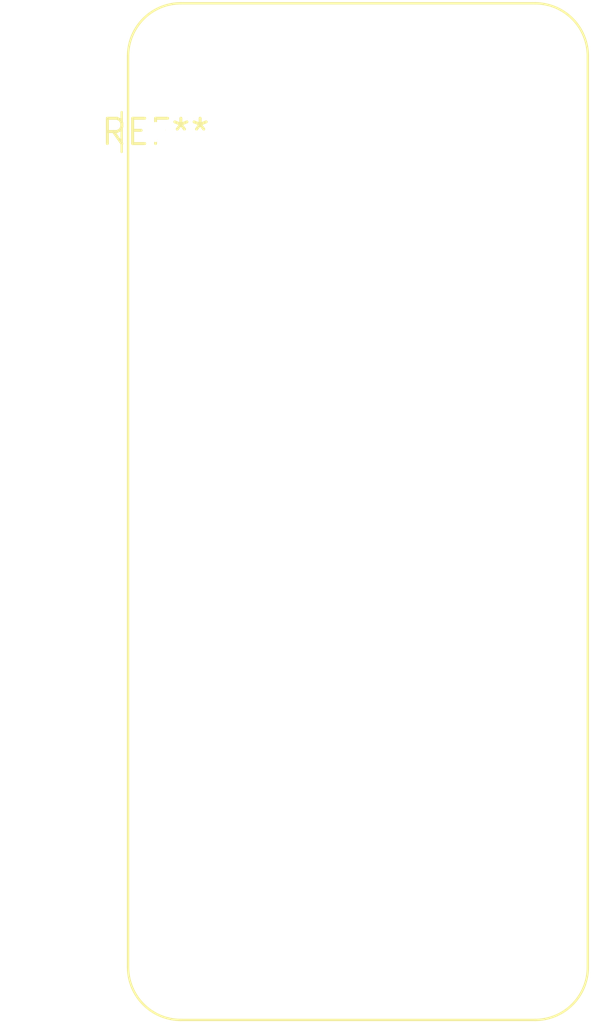
<source format=kicad_pcb>
(kicad_pcb (version 20240108) (generator pcbnew)
  (layers (0 "F.Cu" signal) (31 "B.Cu" signal) (34 "B.Paste" user) (35 "F.Paste" user) (36 "B.SilkS" user "B.Silkscreen") (37 "F.SilkS" user "F.Silkscreen") (38 "B.Mask" user) (39 "F.Mask" user) (44 "Edge.Cuts" user))
  (net 0 "")
  (footprint "Adafruit_Feather" (layer "F.Cu") (at 0 0)
    (property "Reference" "REF**")
    (property "Value" "Adafruit_Feather")
    (fp_line (start -1.7 1) (end -1.7 -1) (layer "F.SilkS") (stroke (width 0.12)))
    (fp_line (start -1.38 -3.81) (end -1.38 41.91) (layer "F.SilkS") (stroke (width 0.12)))
    (fp_line (start 19.05 -6.46) (end 1.27 -6.46) (layer "F.SilkS") (stroke (width 0.12)))
    (fp_line (start 19.05 44.56) (end 1.27 44.56) (layer "F.SilkS") (stroke (width 0.12)))
    (fp_line (start 21.7 -3.81) (end 21.7 41.91) (layer "F.SilkS") (stroke (width 0.12)))
    (fp_arc (start -1.38 -3.81) (mid -0.603833 -5.683833) (end 1.27 -6.46) (layer "F.SilkS") (stroke (width 0.12)))
    (fp_arc (start 1.27 44.56) (mid -0.603833 43.783833) (end -1.38 41.91) (layer "F.SilkS") (stroke (width 0.12)))
    (fp_arc (start 19.05 -6.46) (mid 20.923833 -5.683833) (end 21.7 -3.81) (layer "F.SilkS") (stroke (width 0.12)))
    (fp_arc (start 21.7 41.91) (mid 20.923833 43.783833) (end 19.05 44.56) (layer "F.SilkS") (stroke (width 0.12)))
    (pad "1" thru_hole roundrect (at 0 0) (size 2.6 1.6) (drill 1 (offset 0.3 0)) (layers *.Cu *.Mask) (remove_unused_layers) (roundrect_rratio 0.15625))
    (pad "2" thru_hole oval (at 0 2.54) (size 2.6 1.6) (drill 1 (offset 0.3 0)) (layers *.Cu *.Mask) (remove_unused_layers))
    (pad "3" thru_hole oval (at 0 5.08) (size 2.6 1.6) (drill 1 (offset 0.3 0)) (layers *.Cu *.Mask) (remove_unused_layers))
    (pad "4" thru_hole oval (at 0 7.62) (size 2.6 1.6) (drill 1 (offset 0.3 0)) (layers *.Cu *.Mask) (remove_unused_layers))
    (pad "5" thru_hole oval (at 0 10.16) (size 2.6 1.6) (drill 1 (offset 0.3 0)) (layers *.Cu *.Mask) (remove_unused_layers))
    (pad "6" thru_hole oval (at 0 12.7) (size 2.6 1.6) (drill 1 (offset 0.3 0)) (layers *.Cu *.Mask) (remove_unused_layers))
    (pad "7" thru_hole oval (at 0 15.24) (size 2.6 1.6) (drill 1 (offset 0.3 0)) (layers *.Cu *.Mask) (remove_unused_layers))
    (pad "8" thru_hole oval (at 0 17.78) (size 2.6 1.6) (drill 1 (offset 0.3 0)) (layers *.Cu *.Mask) (remove_unused_layers))
    (pad "9" thru_hole oval (at 0 20.32) (size 2.6 1.6) (drill 1 (offset 0.3 0)) (layers *.Cu *.Mask) (remove_unused_layers))
    (pad "10" thru_hole oval (at 0 22.86) (size 2.6 1.6) (drill 1 (offset 0.3 0)) (layers *.Cu *.Mask) (remove_unused_layers))
    (pad "11" thru_hole oval (at 0 25.4) (size 2.6 1.6) (drill 1 (offset 0.3 0)) (layers *.Cu *.Mask) (remove_unused_layers))
    (pad "12" thru_hole oval (at 0 27.94) (size 2.6 1.6) (drill 1 (offset 0.3 0)) (layers *.Cu *.Mask) (remove_unused_layers))
    (pad "13" thru_hole oval (at 0 30.48) (size 2.6 1.6) (drill 1 (offset 0.3 0)) (layers *.Cu *.Mask) (remove_unused_layers))
    (pad "14" thru_hole oval (at 0 33.02) (size 2.6 1.6) (drill 1 (offset 0.3 0)) (layers *.Cu *.Mask) (remove_unused_layers))
    (pad "15" thru_hole oval (at 0 35.56) (size 2.6 1.6) (drill 1 (offset 0.3 0)) (layers *.Cu *.Mask) (remove_unused_layers))
    (pad "16" thru_hole oval (at 0 38.1) (size 2.6 1.6) (drill 1 (offset 0.3 0)) (layers *.Cu *.Mask) (remove_unused_layers))
    (pad "17" thru_hole oval (at 20.32 38.1 180) (size 2.6 1.6) (drill 1 (offset 0.3 0)) (layers *.Cu *.Mask) (remove_unused_layers))
    (pad "18" thru_hole oval (at 20.32 35.56 180) (size 2.6 1.6) (drill 1 (offset 0.3 0)) (layers *.Cu *.Mask) (remove_unused_layers))
    (pad "19" thru_hole oval (at 20.32 33.02 180) (size 2.6 1.6) (drill 1 (offset 0.3 0)) (layers *.Cu *.Mask) (remove_unused_layers))
    (pad "20" thru_hole oval (at 20.32 30.48 180) (size 2.6 1.6) (drill 1 (offset 0.3 0)) (layers *.Cu *.Mask) (remove_unused_layers))
    (pad "21" thru_hole oval (at 20.32 27.94 180) (size 2.6 1.6) (drill 1 (offset 0.3 0)) (layers *.Cu *.Mask) (remove_unused_layers))
    (pad "22" thru_hole oval (at 20.32 25.4 180) (size 2.6 1.6) (drill 1 (offset 0.3 0)) (layers *.Cu *.Mask) (remove_unused_layers))
    (pad "23" thru_hole oval (at 20.32 22.86 180) (size 2.6 1.6) (drill 1 (offset 0.3 0)) (layers *.Cu *.Mask) (remove_unused_layers))
    (pad "24" thru_hole oval (at 20.32 20.32 180) (size 2.6 1.6) (drill 1 (offset 0.3 0)) (layers *.Cu *.Mask) (remove_unused_layers))
    (pad "25" thru_hole oval (at 20.32 17.78 180) (size 2.6 1.6) (drill 1 (offset 0.3 0)) (layers *.Cu *.Mask) (remove_unused_layers))
    (pad "26" thru_hole oval (at 20.32 15.24 180) (size 2.6 1.6) (drill 1 (offset 0.3 0)) (layers *.Cu *.Mask) (remove_unused_layers))
    (pad "27" thru_hole oval (at 20.32 12.7 180) (size 2.6 1.6) (drill 1 (offset 0.3 0)) (layers *.Cu *.Mask) (remove_unused_layers))
    (pad "28" thru_hole oval (at 20.32 10.16 180) (size 2.6 1.6) (drill 1 (offset 0.3 0)) (layers *.Cu *.Mask) (remove_unused_layers))
  )
)
</source>
